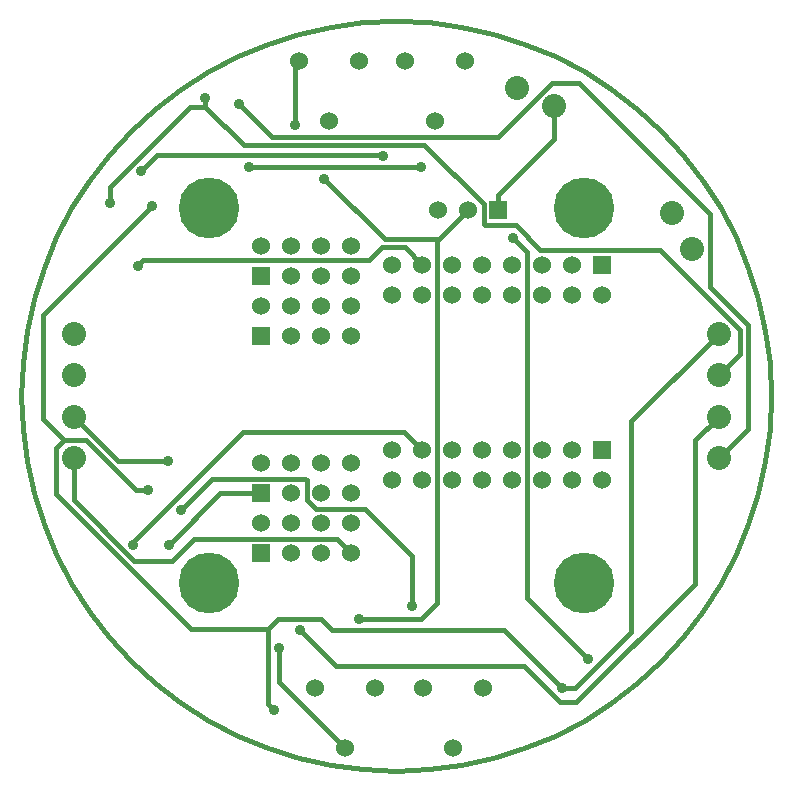
<source format=gbl>
G04 (created by PCBNEW-RS274X (2012-01-19 BZR 3256)-stable) date 4/6/2012 2:10:12 AM*
G01*
G70*
G90*
%MOIN*%
G04 Gerber Fmt 3.4, Leading zero omitted, Abs format*
%FSLAX34Y34*%
G04 APERTURE LIST*
%ADD10C,0.006000*%
%ADD11C,0.015000*%
%ADD12C,0.202000*%
%ADD13C,0.080000*%
%ADD14R,0.060000X0.060000*%
%ADD15C,0.060000*%
%ADD16C,0.035000*%
%ADD17C,0.016000*%
G04 APERTURE END LIST*
G54D10*
G54D11*
X10000Y-22500D02*
X10048Y-23589D01*
X10190Y-24670D01*
X10426Y-25735D01*
X10754Y-26775D01*
X11172Y-27782D01*
X11675Y-28749D01*
X12261Y-29669D01*
X12925Y-30534D01*
X13662Y-31338D01*
X14466Y-32075D01*
X15331Y-32739D01*
X16251Y-33325D01*
X17218Y-33828D01*
X18225Y-34246D01*
X19265Y-34574D01*
X20330Y-34810D01*
X21411Y-34952D01*
X22500Y-35000D01*
X22500Y-35000D02*
X23589Y-34952D01*
X24670Y-34810D01*
X25735Y-34574D01*
X26775Y-34246D01*
X27782Y-33828D01*
X28750Y-33325D01*
X29669Y-32739D01*
X30534Y-32075D01*
X31338Y-31338D01*
X32075Y-30534D01*
X32739Y-29669D01*
X33325Y-28749D01*
X33828Y-27782D01*
X34246Y-26775D01*
X34574Y-25735D01*
X34810Y-24670D01*
X34952Y-23589D01*
X35000Y-22500D01*
X35000Y-22500D02*
X34952Y-21411D01*
X34810Y-20330D01*
X34574Y-19265D01*
X34246Y-18225D01*
X33828Y-17218D01*
X33325Y-16251D01*
X32739Y-15331D01*
X32075Y-14466D01*
X31338Y-13662D01*
X30534Y-12925D01*
X29669Y-12261D01*
X28750Y-11675D01*
X27782Y-11172D01*
X26775Y-10754D01*
X25735Y-10426D01*
X24670Y-10190D01*
X23589Y-10048D01*
X22500Y-10000D01*
X22500Y-10000D02*
X21411Y-10048D01*
X20330Y-10190D01*
X19265Y-10426D01*
X18225Y-10754D01*
X17218Y-11172D01*
X16251Y-11675D01*
X15331Y-12261D01*
X14466Y-12925D01*
X13662Y-13662D01*
X12925Y-14466D01*
X12261Y-15331D01*
X11675Y-16251D01*
X11172Y-17218D01*
X10754Y-18225D01*
X10426Y-19265D01*
X10190Y-20330D01*
X10048Y-21411D01*
X10000Y-22500D01*
G54D12*
X16250Y-16250D03*
X28750Y-16250D03*
X16250Y-28750D03*
X28750Y-28750D03*
G54D13*
X11750Y-24569D03*
X11750Y-23191D03*
X11750Y-21809D03*
X11750Y-20431D03*
X26525Y-12239D03*
X27773Y-12821D03*
X33250Y-23191D03*
X33250Y-24569D03*
G54D14*
X29350Y-24300D03*
G54D15*
X29350Y-25300D03*
X28350Y-24300D03*
X28350Y-25300D03*
X27350Y-24300D03*
X27350Y-25300D03*
X26350Y-24300D03*
X26350Y-25300D03*
X25350Y-24300D03*
X25350Y-25300D03*
X24350Y-24300D03*
X24350Y-25300D03*
X23350Y-24300D03*
X23350Y-25300D03*
X22350Y-24300D03*
X22350Y-25300D03*
G54D14*
X29375Y-18125D03*
G54D15*
X29375Y-19125D03*
X28375Y-18125D03*
X28375Y-19125D03*
X27375Y-18125D03*
X27375Y-19125D03*
X26375Y-18125D03*
X26375Y-19125D03*
X25375Y-18125D03*
X25375Y-19125D03*
X24375Y-18125D03*
X24375Y-19125D03*
X23375Y-18125D03*
X23375Y-19125D03*
X22375Y-18125D03*
X22375Y-19125D03*
G54D14*
X18000Y-27750D03*
G54D15*
X18000Y-26750D03*
X19000Y-27750D03*
X19000Y-26750D03*
X20000Y-27750D03*
X20000Y-26750D03*
X21000Y-27750D03*
X21000Y-26750D03*
G54D14*
X18000Y-20500D03*
G54D15*
X18000Y-19500D03*
X19000Y-20500D03*
X19000Y-19500D03*
X20000Y-20500D03*
X20000Y-19500D03*
X21000Y-20500D03*
X21000Y-19500D03*
G54D14*
X18000Y-25750D03*
G54D15*
X18000Y-24750D03*
X19000Y-25750D03*
X19000Y-24750D03*
X20000Y-25750D03*
X20000Y-24750D03*
X21000Y-25750D03*
X21000Y-24750D03*
G54D14*
X18000Y-18500D03*
G54D15*
X18000Y-17500D03*
X19000Y-18500D03*
X19000Y-17500D03*
X20000Y-18500D03*
X20000Y-17500D03*
X21000Y-18500D03*
X21000Y-17500D03*
G54D13*
X33250Y-20431D03*
X33250Y-21809D03*
X32370Y-17597D03*
X31682Y-16403D03*
G54D14*
X25900Y-16300D03*
G54D15*
X24900Y-16300D03*
X23900Y-16300D03*
X21800Y-32250D03*
X20800Y-34250D03*
X19800Y-32250D03*
X21250Y-11350D03*
X20250Y-13350D03*
X19250Y-11350D03*
X25400Y-32250D03*
X24400Y-34250D03*
X23400Y-32250D03*
X24800Y-11350D03*
X23800Y-13350D03*
X22800Y-11350D03*
G54D16*
X16135Y-12560D03*
X12949Y-16058D03*
X26386Y-17229D03*
X28885Y-31269D03*
X14234Y-25628D03*
X14359Y-16165D03*
X28027Y-32230D03*
X18431Y-32955D03*
X20108Y-15255D03*
X21252Y-29945D03*
X23039Y-29503D03*
X15318Y-26316D03*
X14938Y-27455D03*
X22075Y-14509D03*
X13985Y-15015D03*
X13883Y-18171D03*
X17586Y-14859D03*
X23328Y-14871D03*
X19132Y-13471D03*
X13730Y-27455D03*
X18588Y-30892D03*
X14911Y-24666D03*
X17251Y-12766D03*
X19291Y-30290D03*
G54D17*
X15632Y-12862D02*
X12949Y-15545D01*
X16135Y-12560D02*
X16135Y-12862D01*
X27305Y-17641D02*
X26481Y-16817D01*
X17421Y-14148D02*
X16135Y-12862D01*
X31310Y-17641D02*
X27305Y-17641D01*
X25461Y-16817D02*
X25416Y-16772D01*
X25416Y-16772D02*
X25416Y-16120D01*
X23444Y-14148D02*
X17421Y-14148D01*
X26481Y-16817D02*
X25461Y-16817D01*
X16135Y-12862D02*
X15632Y-12862D01*
X33962Y-20293D02*
X31310Y-17641D01*
X33962Y-21097D02*
X33962Y-20293D01*
X12949Y-15545D02*
X12949Y-16058D01*
X25416Y-16120D02*
X23444Y-14148D01*
X33250Y-21809D02*
X33962Y-21097D01*
X26865Y-29249D02*
X28885Y-31269D01*
X27773Y-13944D02*
X27773Y-12821D01*
X25900Y-15817D02*
X27773Y-13944D01*
X25900Y-16300D02*
X25900Y-15817D01*
X26386Y-17229D02*
X26865Y-17708D01*
X26865Y-17708D02*
X26865Y-29249D01*
X33250Y-20431D02*
X30328Y-23353D01*
X11440Y-23977D02*
X10726Y-23263D01*
X28463Y-32230D02*
X28027Y-32230D01*
X30328Y-30365D02*
X28463Y-32230D01*
X30328Y-23353D02*
X30328Y-30365D01*
X12162Y-23977D02*
X13813Y-25628D01*
X11166Y-25772D02*
X15660Y-30266D01*
X10726Y-23263D02*
X10726Y-19798D01*
X10726Y-19798D02*
X14359Y-16165D01*
X13813Y-25628D02*
X14234Y-25628D01*
X15660Y-30266D02*
X18230Y-30266D01*
X11440Y-23977D02*
X12162Y-23977D01*
X11166Y-24251D02*
X11166Y-25772D01*
X11440Y-23977D02*
X11166Y-24251D01*
X26100Y-30303D02*
X28027Y-32230D01*
X20371Y-30303D02*
X26100Y-30303D01*
X19999Y-29931D02*
X20371Y-30303D01*
X18565Y-29931D02*
X19999Y-29931D01*
X18230Y-30266D02*
X18565Y-29931D01*
X18230Y-32754D02*
X18431Y-32955D01*
X18230Y-30266D02*
X18230Y-32754D01*
X23859Y-29407D02*
X23321Y-29945D01*
X23321Y-29945D02*
X21252Y-29945D01*
X23859Y-17282D02*
X23918Y-17282D01*
X22135Y-17282D02*
X23859Y-17282D01*
X20108Y-15255D02*
X22135Y-17282D01*
X23918Y-17282D02*
X24900Y-16300D01*
X23859Y-17282D02*
X23859Y-29407D01*
X16368Y-25266D02*
X15318Y-26316D01*
X19471Y-25266D02*
X16368Y-25266D01*
X19516Y-25311D02*
X19471Y-25266D01*
X19516Y-25968D02*
X19516Y-25311D01*
X19814Y-26266D02*
X19516Y-25968D01*
X21460Y-26266D02*
X19814Y-26266D01*
X23039Y-27845D02*
X21460Y-26266D01*
X23039Y-29503D02*
X23039Y-27845D01*
X18000Y-25750D02*
X17517Y-25750D01*
X14938Y-27455D02*
X16643Y-25750D01*
X16643Y-25750D02*
X17517Y-25750D01*
X22044Y-14478D02*
X14522Y-14478D01*
X22075Y-14509D02*
X22044Y-14478D01*
X14522Y-14478D02*
X13985Y-15015D01*
X14071Y-17983D02*
X13883Y-18171D01*
X22040Y-17546D02*
X21603Y-17983D01*
X22796Y-17546D02*
X22040Y-17546D01*
X21603Y-17983D02*
X14071Y-17983D01*
X23375Y-18125D02*
X22796Y-17546D01*
X17598Y-14871D02*
X17586Y-14859D01*
X23328Y-14871D02*
X17598Y-14871D01*
X19132Y-11468D02*
X19132Y-13471D01*
X19250Y-11350D02*
X19132Y-11468D01*
X13730Y-27372D02*
X13730Y-27455D01*
X17386Y-23716D02*
X13730Y-27372D01*
X22766Y-23716D02*
X17386Y-23716D01*
X23350Y-24300D02*
X22766Y-23716D01*
X18588Y-32038D02*
X18588Y-30892D01*
X20800Y-34250D02*
X18588Y-32038D01*
X13225Y-24666D02*
X11750Y-23191D01*
X14911Y-24666D02*
X13225Y-24666D01*
X11750Y-25983D02*
X11750Y-24569D01*
X21000Y-27750D02*
X20516Y-27266D01*
X20516Y-27266D02*
X15765Y-27266D01*
X13764Y-27997D02*
X11750Y-25983D01*
X15034Y-27997D02*
X13764Y-27997D01*
X15765Y-27266D02*
X15034Y-27997D01*
X28593Y-12071D02*
X27698Y-12071D01*
X32954Y-16432D02*
X28593Y-12071D01*
X27698Y-12071D02*
X25906Y-13863D01*
X25906Y-13863D02*
X18348Y-13863D01*
X32954Y-18862D02*
X32954Y-16432D01*
X34225Y-23594D02*
X34225Y-20133D01*
X34225Y-20133D02*
X32954Y-18862D01*
X33250Y-24569D02*
X34225Y-23594D01*
X18348Y-13863D02*
X17251Y-12766D01*
X32456Y-23985D02*
X33250Y-23191D01*
X32456Y-28764D02*
X32456Y-23985D01*
X28508Y-32712D02*
X32456Y-28764D01*
X27966Y-32712D02*
X28508Y-32712D01*
X26755Y-31501D02*
X27966Y-32712D01*
X20502Y-31501D02*
X26755Y-31501D01*
X19291Y-30290D02*
X20502Y-31501D01*
M02*

</source>
